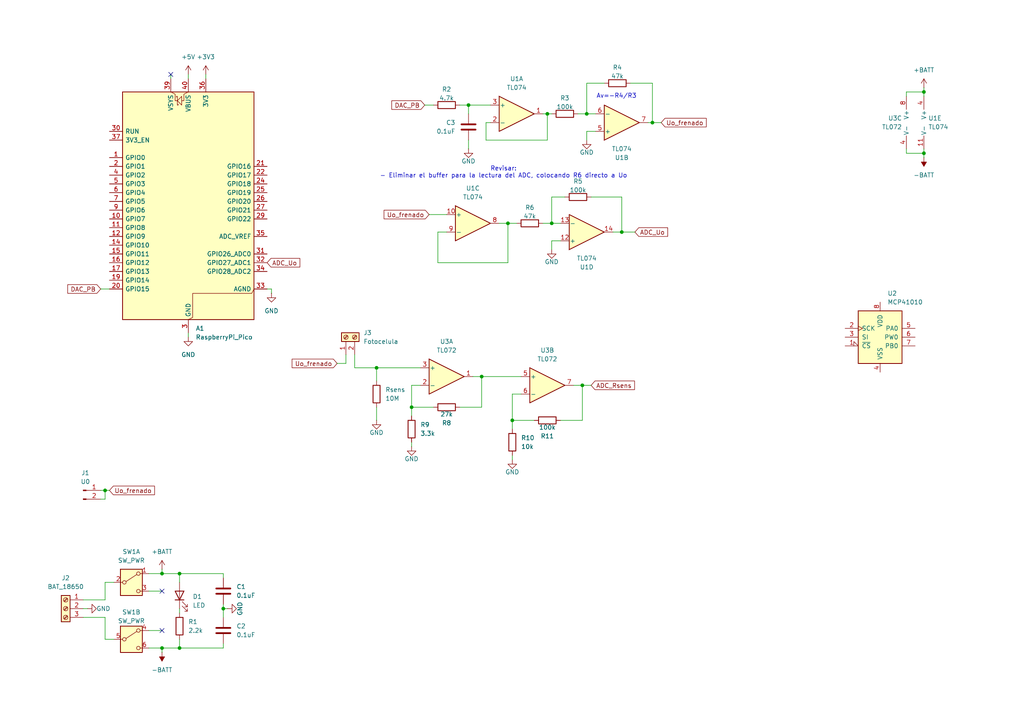
<source format=kicad_sch>
(kicad_sch (version 20250114) (generator "eeschema") (generator_version "9.0")
  (paper "A4")
  (lib_symbols
    (symbol "Amplifier_Operational:TL072" (pin_names (offset 0.127))
      (property "Reference" "U" (at 0 5.08 0))
      (property "Value" "TL072" (at 0 -5.08 0))
      (symbol "TL072_1_1"
        (polyline (pts (xy -5.08 5.08) (xy 5.08 0) (xy -5.08 -5.08) (xy -5.08 5.08)) (stroke (width 0.254)) (fill (type background)))
        (pin input line (at -7.62 2.54 0) (length 2.54) (name "+") (number "3"))
        (pin input line (at -7.62 -2.54 0) (length 2.54) (name "-") (number "2"))
        (pin output line (at 7.62 0 180) (length 2.54) (name "~") (number "1"))
      )
      (symbol "TL072_2_1"
        (polyline (pts (xy -5.08 5.08) (xy 5.08 0) (xy -5.08 -5.08) (xy -5.08 5.08)) (stroke (width 0.254)) (fill (type background)))
        (pin input line (at -7.62 2.54 0) (length 2.54) (name "+") (number "5"))
        (pin input line (at -7.62 -2.54 0) (length 2.54) (name "-") (number "6"))
        (pin output line (at 7.62 0 180) (length 2.54) (name "~") (number "7"))
      )
      (symbol "TL072_3_1"
        (pin power_in line (at -2.54 7.62 270) (length 3.81) (name "V+") (number "8"))
        (pin power_in line (at -2.54 -7.62 90) (length 3.81) (name "V-") (number "4"))
      )
    )
    (symbol "Amplifier_Operational:TL074" (pin_names (offset 0.127))
      (property "Reference" "U" (at 0 5.08 0))
      (property "Value" "TL074" (at 0 -5.08 0))
      (symbol "TL074_1_1"
        (polyline (pts (xy -5.08 5.08) (xy 5.08 0) (xy -5.08 -5.08) (xy -5.08 5.08)) (stroke (width 0.254)) (fill (type background)))
        (pin input line (at -7.62 2.54 0) (length 2.54) (name "+") (number "3"))
        (pin input line (at -7.62 -2.54 0) (length 2.54) (name "-") (number "2"))
        (pin output line (at 7.62 0 180) (length 2.54) (name "~") (number "1"))
      )
      (symbol "TL074_2_1"
        (polyline (pts (xy -5.08 5.08) (xy 5.08 0) (xy -5.08 -5.08) (xy -5.08 5.08)) (stroke (width 0.254)) (fill (type background)))
        (pin input line (at -7.62 2.54 0) (length 2.54) (name "+") (number "5"))
        (pin input line (at -7.62 -2.54 0) (length 2.54) (name "-") (number "6"))
        (pin output line (at 7.62 0 180) (length 2.54) (name "~") (number "7"))
      )
      (symbol "TL074_3_1"
        (polyline (pts (xy -5.08 5.08) (xy 5.08 0) (xy -5.08 -5.08) (xy -5.08 5.08)) (stroke (width 0.254)) (fill (type background)))
        (pin input line (at -7.62 2.54 0) (length 2.54) (name "+") (number "10"))
        (pin input line (at -7.62 -2.54 0) (length 2.54) (name "-") (number "9"))
        (pin output line (at 7.62 0 180) (length 2.54) (name "~") (number "8"))
      )
      (symbol "TL074_4_1"
        (polyline (pts (xy -5.08 5.08) (xy 5.08 0) (xy -5.08 -5.08) (xy -5.08 5.08)) (stroke (width 0.254)) (fill (type background)))
        (pin input line (at -7.62 2.54 0) (length 2.54) (name "+") (number "12"))
        (pin input line (at -7.62 -2.54 0) (length 2.54) (name "-") (number "13"))
        (pin output line (at 7.62 0 180) (length 2.54) (name "~") (number "14"))
      )
      (symbol "TL074_5_1"
        (pin power_in line (at -2.54 7.62 270) (length 3.81) (name "V+") (number "4"))
        (pin power_in line (at -2.54 -7.62 90) (length 3.81) (name "V-") (number "11"))
      )
    )
    (symbol "Connector:Conn_01x02_Pin" (pin_names (offset 1.016) (hide yes))
      (property "Reference" "J" (at 0 2.54 0))
      (property "Value" "Conn_01x02_Pin" (at 0 -5.08 0))
      (symbol "Conn_01x02_Pin_1_1"
        (rectangle (start 0.8636 0.127) (end 0 -0.127) (stroke (width 0.1524)) (fill (type outline)))
        (rectangle (start 0.8636 -2.413) (end 0 -2.667) (stroke (width 0.1524)) (fill (type outline)))
        (polyline (pts (xy 1.27 0) (xy 0.8636 0)) (stroke (width 0.1524)))
        (polyline (pts (xy 1.27 -2.54) (xy 0.8636 -2.54)) (stroke (width 0.1524)))
        (pin passive line (at 5.08 0 180) (length 3.81) (name "Pin_1") (number "1"))
        (pin passive line (at 5.08 -2.54 180) (length 3.81) (name "Pin_2") (number "2"))
      )
    )
    (symbol "Connector:Screw_Terminal_01x02" (pin_names (offset 1.016) (hide yes))
      (property "Reference" "J" (at 0 2.54 0))
      (property "Value" "Screw_Terminal_01x02" (at 0 -5.08 0))
      (symbol "Screw_Terminal_01x02_1_1"
        (rectangle (start -1.27 1.27) (end 1.27 -3.81) (stroke (width 0.254)) (fill (type background)))
        (polyline (pts (xy -0.5334 0.3302) (xy 0.3302 -0.508)) (stroke (width 0.1524)))
        (polyline (pts (xy -0.5334 -2.2098) (xy 0.3302 -3.048)) (stroke (width 0.1524)))
        (polyline (pts (xy -0.3556 0.508) (xy 0.508 -0.3302)) (stroke (width 0.1524)))
        (polyline (pts (xy -0.3556 -2.032) (xy 0.508 -2.8702)) (stroke (width 0.1524)))
        (circle (center 0 0) (radius 0.635) (stroke (width 0.1524)))
        (circle (center 0 -2.54) (radius 0.635) (stroke (width 0.1524)))
        (pin passive line (at -5.08 0 0) (length 3.81) (name "Pin_1") (number "1"))
        (pin passive line (at -5.08 -2.54 0) (length 3.81) (name "Pin_2") (number "2"))
      )
    )
    (symbol "Connector:Screw_Terminal_01x03" (pin_names (offset 1.016) (hide yes))
      (property "Reference" "J" (at 0 5.08 0))
      (property "Value" "Screw_Terminal_01x03" (at 0 -5.08 0))
      (symbol "Screw_Terminal_01x03_1_1"
        (rectangle (start -1.27 3.81) (end 1.27 -3.81) (stroke (width 0.254)) (fill (type background)))
        (polyline (pts (xy -0.5334 2.8702) (xy 0.3302 2.032)) (stroke (width 0.1524)))
        (polyline (pts (xy -0.5334 0.3302) (xy 0.3302 -0.508)) (stroke (width 0.1524)))
        (polyline (pts (xy -0.5334 -2.2098) (xy 0.3302 -3.048)) (stroke (width 0.1524)))
        (polyline (pts (xy -0.3556 3.048) (xy 0.508 2.2098)) (stroke (width 0.1524)))
        (polyline (pts (xy -0.3556 0.508) (xy 0.508 -0.3302)) (stroke (width 0.1524)))
        (polyline (pts (xy -0.3556 -2.032) (xy 0.508 -2.8702)) (stroke (width 0.1524)))
        (circle (center 0 2.54) (radius 0.635) (stroke (width 0.1524)))
        (circle (center 0 0) (radius 0.635) (stroke (width 0.1524)))
        (circle (center 0 -2.54) (radius 0.635) (stroke (width 0.1524)))
        (pin passive line (at -5.08 2.54 0) (length 3.81) (name "Pin_1") (number "1"))
        (pin passive line (at -5.08 0 0) (length 3.81) (name "Pin_2") (number "2"))
        (pin passive line (at -5.08 -2.54 0) (length 3.81) (name "Pin_3") (number "3"))
      )
    )
    (symbol "Device:C" (pin_numbers (hide yes)) (pin_names (offset 0.254))
      (property "Reference" "C" (at 0.635 2.54 0))
      (property "Value" "C" (at 0.635 -2.54 0))
      (symbol "C_0_1"
        (polyline (pts (xy -2.032 0.762) (xy 2.032 0.762)) (stroke (width 0.508)))
        (polyline (pts (xy -2.032 -0.762) (xy 2.032 -0.762)) (stroke (width 0.508)))
      )
      (symbol "C_1_1"
        (pin passive line (at 0 3.81 270) (length 2.794) (name "~") (number "1"))
        (pin passive line (at 0 -3.81 90) (length 2.794) (name "~") (number "2"))
      )
    )
    (symbol "Device:LED" (pin_numbers (hide yes)) (pin_names (offset 1.016) (hide yes))
      (property "Reference" "D" (at 0 2.54 0))
      (property "Value" "LED" (at 0 -2.54 0))
      (symbol "LED_0_1"
        (polyline (pts (xy -3.048 -0.762) (xy -4.572 -2.286) (xy -3.81 -2.286) (xy -4.572 -2.286) (xy -4.572 -1.524)))
        (polyline (pts (xy -1.778 -0.762) (xy -3.302 -2.286) (xy -2.54 -2.286) (xy -3.302 -2.286) (xy -3.302 -1.524)))
        (polyline (pts (xy -1.27 0) (xy 1.27 0)))
        (polyline (pts (xy -1.27 -1.27) (xy -1.27 1.27)) (stroke (width 0.254)))
        (polyline (pts (xy 1.27 -1.27) (xy 1.27 1.27) (xy -1.27 0) (xy 1.27 -1.27)) (stroke (width 0.254)))
      )
      (symbol "LED_1_1"
        (pin passive line (at -3.81 0 0) (length 2.54) (name "K") (number "1"))
        (pin passive line (at 3.81 0 180) (length 2.54) (name "A") (number "2"))
      )
    )
    (symbol "Device:R" (pin_numbers (hide yes)) (pin_names (offset 0))
      (property "Reference" "R" (at 2.032 0 90))
      (property "Value" "R" (at 0 0 90))
      (symbol "R_0_1"
        (rectangle (start -1.016 -2.54) (end 1.016 2.54) (stroke (width 0.254)))
      )
      (symbol "R_1_1"
        (pin passive line (at 0 3.81 270) (length 1.27) (name "~") (number "1"))
        (pin passive line (at 0 -3.81 90) (length 1.27) (name "~") (number "2"))
      )
    )
    (symbol "MCU_Module:RaspberryPi_Pico" (pin_names (offset 0.762))
      (property "Reference" "A" (at -19.05 35.56 0))
      (property "Value" "RaspberryPi_Pico" (at 7.62 35.56 0))
      (symbol "RaspberryPi_Pico_0_1"
        (rectangle (start -19.05 34.29) (end 19.05 -31.75) (stroke (width 0.254)) (fill (type background)))
        (polyline (pts (xy -5.08 34.29) (xy -3.81 33.655) (xy -3.81 31.75) (xy -3.175 31.75)))
        (polyline (pts (xy -3.429 32.766) (xy -3.429 33.02) (xy -3.175 33.02) (xy -3.175 30.48) (xy -2.921 30.48) (xy -2.921 30.734)))
        (polyline (pts (xy -3.175 31.75) (xy -1.905 33.02) (xy -1.905 30.48) (xy -3.175 31.75)))
        (polyline (pts (xy 0 34.29) (xy -1.27 33.655) (xy -1.27 31.75) (xy -1.905 31.75)))
        (polyline (pts (xy 0 -31.75) (xy 1.27 -31.115) (xy 1.27 -24.13) (xy 18.415 -24.13) (xy 19.05 -22.86)))
      )
      (symbol "RaspberryPi_Pico_1_1"
        (pin passive line (at -22.86 22.86 0) (length 3.81) (name "RUN") (number "30"))
        (pin passive line (at -22.86 20.32 0) (length 3.81) (name "3V3_EN") (number "37"))
        (pin bidirectional line (at -22.86 15.24 0) (length 3.81) (name "GPIO0") (number "1"))
        (pin bidirectional line (at -22.86 12.7 0) (length 3.81) (name "GPIO1") (number "2"))
        (pin bidirectional line (at -22.86 10.16 0) (length 3.81) (name "GPIO2") (number "4"))
        (pin bidirectional line (at -22.86 7.62 0) (length 3.81) (name "GPIO3") (number "5"))
        (pin bidirectional line (at -22.86 5.08 0) (length 3.81) (name "GPIO4") (number "6"))
        (pin bidirectional line (at -22.86 2.54 0) (length 3.81) (name "GPIO5") (number "7"))
        (pin bidirectional line (at -22.86 0 0) (length 3.81) (name "GPIO6") (number "9"))
        (pin bidirectional line (at -22.86 -2.54 0) (length 3.81) (name "GPIO7") (number "10"))
        (pin bidirectional line (at -22.86 -5.08 0) (length 3.81) (name "GPIO8") (number "11"))
        (pin bidirectional line (at -22.86 -7.62 0) (length 3.81) (name "GPIO9") (number "12"))
        (pin bidirectional line (at -22.86 -10.16 0) (length 3.81) (name "GPIO10") (number "14"))
        (pin bidirectional line (at -22.86 -12.7 0) (length 3.81) (name "GPIO11") (number "15"))
        (pin bidirectional line (at -22.86 -15.24 0) (length 3.81) (name "GPIO12") (number "16"))
        (pin bidirectional line (at -22.86 -17.78 0) (length 3.81) (name "GPIO13") (number "17"))
        (pin bidirectional line (at -22.86 -20.32 0) (length 3.81) (name "GPIO14") (number "19"))
        (pin bidirectional line (at -22.86 -22.86 0) (length 3.81) (name "GPIO15") (number "20"))
        (pin power_in line (at -5.08 38.1 270) (length 3.81) (name "VSYS") (number "39"))
        (pin power_out line (at 0 38.1 270) (length 3.81) (name "VBUS") (number "40"))
        (pin passive line (at 0 -35.56 90) (length 3.81) (hide yes) (name "GND") (number "13"))
        (pin passive line (at 0 -35.56 90) (length 3.81) (hide yes) (name "GND") (number "18"))
        (pin passive line (at 0 -35.56 90) (length 3.81) (hide yes) (name "GND") (number "23"))
        (pin passive line (at 0 -35.56 90) (length 3.81) (hide yes) (name "GND") (number "28"))
        (pin power_out line (at 0 -35.56 90) (length 3.81) (name "GND") (number "3"))
        (pin passive line (at 0 -35.56 90) (length 3.81) (hide yes) (name "GND") (number "38"))
        (pin passive line (at 0 -35.56 90) (length 3.81) (hide yes) (name "GND") (number "8"))
        (pin power_out line (at 5.08 38.1 270) (length 3.81) (name "3V3") (number "36"))
        (pin bidirectional line (at 22.86 12.7 180) (length 3.81) (name "GPIO16") (number "21"))
        (pin bidirectional line (at 22.86 10.16 180) (length 3.81) (name "GPIO17") (number "22"))
        (pin bidirectional line (at 22.86 7.62 180) (length 3.81) (name "GPIO18") (number "24"))
        (pin bidirectional line (at 22.86 5.08 180) (length 3.81) (name "GPIO19") (number "25"))
        (pin bidirectional line (at 22.86 2.54 180) (length 3.81) (name "GPIO20") (number "26"))
        (pin bidirectional line (at 22.86 0 180) (length 3.81) (name "GPIO21") (number "27"))
        (pin bidirectional line (at 22.86 -2.54 180) (length 3.81) (name "GPIO22") (number "29"))
        (pin power_in line (at 22.86 -7.62 180) (length 3.81) (name "ADC_VREF") (number "35"))
        (pin bidirectional line (at 22.86 -12.7 180) (length 3.81) (name "GPIO26_ADC0") (number "31"))
        (pin bidirectional line (at 22.86 -15.24 180) (length 3.81) (name "GPIO27_ADC1") (number "32"))
        (pin bidirectional line (at 22.86 -17.78 180) (length 3.81) (name "GPIO28_ADC2") (number "34"))
        (pin power_out line (at 22.86 -22.86 180) (length 3.81) (name "AGND") (number "33"))
      )
    )
    (symbol "Potentiometer_Digital:MCP41010" (pin_names (offset 1.016))
      (property "Reference" "U" (at -6.35 8.89 0))
      (property "Value" "MCP41010" (at 1.27 8.89 0))
      (symbol "MCP41010_0_1"
        (rectangle (start -6.35 7.62) (end 6.35 -7.62) (stroke (width 0.254)) (fill (type background)))
      )
      (symbol "MCP41010_1_1"
        (pin passive clock (at -10.16 2.54 0) (length 3.81) (name "SCK") (number "2"))
        (pin input line (at -10.16 0 0) (length 3.81) (name "SI") (number "3"))
        (pin input input_low (at -10.16 -2.54 0) (length 3.81) (name "~{CS}") (number "1"))
        (pin power_in line (at 0 10.16 270) (length 2.54) (name "VDD") (number "8"))
        (pin power_in line (at 0 -10.16 90) (length 2.54) (name "VSS") (number "4"))
        (pin passive line (at 10.16 2.54 180) (length 3.81) (name "PA0") (number "5"))
        (pin passive line (at 10.16 0 180) (length 3.81) (name "PW0") (number "6"))
        (pin passive line (at 10.16 -2.54 180) (length 3.81) (name "PB0") (number "7"))
      )
    )
    (symbol "Switch:SW_DPDT_x2" (pin_names (offset 0) (hide yes))
      (property "Reference" "SW" (at 0 5.08 0))
      (property "Value" "SW_DPDT_x2" (at 0 -5.08 0))
      (symbol "SW_DPDT_x2_0_0"
        (circle (center -2.032 0) (radius 0.508))
        (circle (center 2.032 -2.54) (radius 0.508))
      )
      (symbol "SW_DPDT_x2_0_1"
        (rectangle (start -3.175 3.81) (end 3.175 -3.81) (stroke (width 0.254)) (fill (type background)))
        (polyline (pts (xy -1.524 0.254) (xy 1.5748 2.286)))
        (circle (center 2.032 2.54) (radius 0.508))
      )
      (symbol "SW_DPDT_x2_1_1"
        (pin passive line (at -5.08 0 0) (length 2.54) (name "B") (number "2"))
        (pin passive line (at 5.08 2.54 180) (length 2.54) (name "A") (number "1"))
        (pin passive line (at 5.08 -2.54 180) (length 2.54) (name "C") (number "3"))
      )
      (symbol "SW_DPDT_x2_2_1"
        (pin passive line (at -5.08 0 0) (length 2.54) (name "B") (number "5"))
        (pin passive line (at 5.08 2.54 180) (length 2.54) (name "A") (number "4"))
        (pin passive line (at 5.08 -2.54 180) (length 2.54) (name "C") (number "6"))
      )
    )
    (symbol "power:+3V3" (power) (pin_numbers (hide yes)) (pin_names (offset 0) (hide yes))
      (property "Value" "+3V3" (at 0 3.556 0))
      (symbol "+3V3_0_1"
        (polyline (pts (xy -0.762 1.27) (xy 0 2.54)))
        (polyline (pts (xy 0 2.54) (xy 0.762 1.27)))
        (polyline (pts (xy 0 0) (xy 0 2.54)))
      )
      (symbol "+3V3_1_1"
        (pin power_in line (at 0 0 90) (length 0) (name "~") (number "1"))
      )
    )
    (symbol "power:+5V" (power) (pin_numbers (hide yes)) (pin_names (offset 0) (hide yes))
      (property "Value" "+5V" (at 0 3.556 0))
      (symbol "+5V_0_1"
        (polyline (pts (xy -0.762 1.27) (xy 0 2.54)))
        (polyline (pts (xy 0 2.54) (xy 0.762 1.27)))
        (polyline (pts (xy 0 0) (xy 0 2.54)))
      )
      (symbol "+5V_1_1"
        (pin power_in line (at 0 0 90) (length 0) (name "~") (number "1"))
      )
    )
    (symbol "power:+BATT" (power) (pin_numbers (hide yes)) (pin_names (offset 0) (hide yes))
      (property "Value" "+BATT" (at 0 3.556 0))
      (symbol "+BATT_0_1"
        (polyline (pts (xy -0.762 1.27) (xy 0 2.54)))
        (polyline (pts (xy 0 2.54) (xy 0.762 1.27)))
        (polyline (pts (xy 0 0) (xy 0 2.54)))
      )
      (symbol "+BATT_1_1"
        (pin power_in line (at 0 0 90) (length 0) (name "~") (number "1"))
      )
    )
    (symbol "power:-BATT" (power) (pin_numbers (hide yes)) (pin_names (offset 0) (hide yes))
      (property "Value" "-BATT" (at 0 3.556 0))
      (symbol "-BATT_0_1"
        (polyline (pts (xy 0 0) (xy 0 2.54)))
        (polyline (pts (xy 0.762 1.27) (xy -0.762 1.27) (xy 0 2.54) (xy 0.762 1.27)) (fill (type outline)))
      )
      (symbol "-BATT_1_1"
        (pin power_in line (at 0 0 90) (length 0) (name "~") (number "1"))
      )
    )
    (symbol "power:GND" (power) (pin_numbers (hide yes)) (pin_names (offset 0) (hide yes))
      (property "Value" "GND" (at 0 -3.81 0))
      (symbol "GND_0_1"
        (polyline (pts (xy 0 0) (xy 0 -1.27) (xy 1.27 -1.27) (xy 0 -2.54) (xy -1.27 -1.27) (xy 0 -1.27)))
      )
      (symbol "GND_1_1"
        (pin power_in line (at 0 0 270) (length 0) (name "~") (number "1"))
      )
    )
  )
  (text "Av=-R4/R3" (at 178.816 27.94 0) (effects (font (size 1.27 1.27))))
  (text "Revisar:\n- Eliminar el buffer para la lectura del ADC, colocando R6 directo a Uo" (at 146.05 50.038 0) (effects (font (size 1.27 1.27))))
  (junction (at 170.18 33.02))
  (junction (at 64.77 176.53))
  (junction (at 46.99 187.96))
  (junction (at 267.97 44.45))
  (junction (at 46.99 166.37))
  (junction (at 109.22 106.68))
  (junction (at 52.07 187.96))
  (junction (at 267.97 26.67))
  (junction (at 158.75 33.02))
  (junction (at 168.91 111.76))
  (junction (at 148.59 121.92))
  (junction (at 30.48 142.24))
  (junction (at 139.7 109.22))
  (junction (at 52.07 166.37))
  (junction (at 180.34 67.31))
  (junction (at 189.23 35.56))
  (junction (at 147.32 64.77))
  (junction (at 160.02 64.77))
  (junction (at 135.89 30.48))
  (junction (at 119.38 118.11))
  (no_connect (at 49.53 21.59))
  (no_connect (at 46.99 171.45))
  (no_connect (at 46.99 182.88))
  (wire (pts (xy 187.96 35.56) (xy 189.23 35.56)))
  (wire (pts (xy 148.59 121.92) (xy 148.59 124.46)))
  (wire (pts (xy 147.32 64.77) (xy 149.86 64.77)))
  (wire (pts (xy 46.99 165.1) (xy 46.99 166.37)))
  (wire (pts (xy 267.97 44.45) (xy 262.89 44.45)))
  (wire (pts (xy 52.07 176.53) (xy 52.07 177.8)))
  (wire (pts (xy 123.19 30.48) (xy 125.73 30.48)))
  (wire (pts (xy 157.48 33.02) (xy 158.75 33.02)))
  (wire (pts (xy 46.99 187.96) (xy 46.99 189.23)))
  (wire (pts (xy 119.38 111.76) (xy 119.38 118.11)))
  (wire (pts (xy 119.38 118.11) (xy 119.38 120.65)))
  (wire (pts (xy 59.69 21.59) (xy 59.69 22.86)))
  (wire (pts (xy 148.59 114.3) (xy 148.59 121.92)))
  (wire (pts (xy 180.34 57.15) (xy 180.34 67.31)))
  (wire (pts (xy 157.48 64.77) (xy 160.02 64.77)))
  (wire (pts (xy 180.34 67.31) (xy 184.15 67.31)))
  (wire (pts (xy 167.64 33.02) (xy 170.18 33.02)))
  (wire (pts (xy 180.34 67.31) (xy 177.8 67.31)))
  (wire (pts (xy 52.07 187.96) (xy 46.99 187.96)))
  (wire (pts (xy 137.16 109.22) (xy 139.7 109.22)))
  (wire (pts (xy 43.18 182.88) (xy 46.99 182.88)))
  (wire (pts (xy 160.02 64.77) (xy 162.56 64.77)))
  (wire (pts (xy 64.77 176.53) (xy 64.77 179.07)))
  (wire (pts (xy 151.13 114.3) (xy 148.59 114.3)))
  (wire (pts (xy 30.48 179.07) (xy 30.48 185.42)))
  (wire (pts (xy 147.32 76.2) (xy 147.32 64.77)))
  (wire (pts (xy 170.18 33.02) (xy 172.72 33.02)))
  (wire (pts (xy 30.48 173.99) (xy 30.48 168.91)))
  (wire (pts (xy 162.56 69.85) (xy 160.02 69.85)))
  (wire (pts (xy 139.7 109.22) (xy 151.13 109.22)))
  (wire (pts (xy 121.92 111.76) (xy 119.38 111.76)))
  (wire (pts (xy 52.07 166.37) (xy 52.07 168.91)))
  (wire (pts (xy 109.22 110.49) (xy 109.22 106.68)))
  (wire (pts (xy 43.18 187.96) (xy 46.99 187.96)))
  (wire (pts (xy 148.59 132.08) (xy 148.59 133.35)))
  (wire (pts (xy 54.61 96.52) (xy 54.61 97.79)))
  (wire (pts (xy 97.79 105.41) (xy 100.33 105.41)))
  (wire (pts (xy 129.54 67.31) (xy 127 67.31)))
  (wire (pts (xy 52.07 187.96) (xy 64.77 187.96)))
  (wire (pts (xy 172.72 38.1) (xy 170.18 38.1)))
  (wire (pts (xy 162.56 121.92) (xy 168.91 121.92)))
  (wire (pts (xy 168.91 111.76) (xy 171.45 111.76)))
  (wire (pts (xy 24.13 176.53) (xy 25.4 176.53)))
  (wire (pts (xy 170.18 24.13) (xy 170.18 33.02)))
  (wire (pts (xy 262.89 44.45) (xy 262.89 43.18)))
  (wire (pts (xy 175.26 24.13) (xy 170.18 24.13)))
  (wire (pts (xy 29.21 144.78) (xy 30.48 144.78)))
  (wire (pts (xy 182.88 24.13) (xy 189.23 24.13)))
  (wire (pts (xy 77.47 83.82) (xy 78.74 83.82)))
  (wire (pts (xy 102.87 102.87) (xy 102.87 106.68)))
  (wire (pts (xy 52.07 185.42) (xy 52.07 187.96)))
  (wire (pts (xy 52.07 166.37) (xy 64.77 166.37)))
  (wire (pts (xy 170.18 38.1) (xy 170.18 40.64)))
  (wire (pts (xy 158.75 40.64) (xy 158.75 33.02)))
  (wire (pts (xy 46.99 166.37) (xy 43.18 166.37)))
  (wire (pts (xy 127 76.2) (xy 147.32 76.2)))
  (wire (pts (xy 133.35 118.11) (xy 139.7 118.11)))
  (wire (pts (xy 135.89 30.48) (xy 135.89 33.02)))
  (wire (pts (xy 147.32 64.77) (xy 144.78 64.77)))
  (wire (pts (xy 49.53 21.59) (xy 49.53 22.86)))
  (wire (pts (xy 160.02 69.85) (xy 160.02 72.39)))
  (wire (pts (xy 109.22 106.68) (xy 121.92 106.68)))
  (wire (pts (xy 189.23 35.56) (xy 191.77 35.56)))
  (wire (pts (xy 109.22 118.11) (xy 109.22 121.92)))
  (wire (pts (xy 127 67.31) (xy 127 76.2)))
  (wire (pts (xy 139.7 109.22) (xy 139.7 118.11)))
  (wire (pts (xy 160.02 57.15) (xy 163.83 57.15)))
  (wire (pts (xy 30.48 185.42) (xy 33.02 185.42)))
  (wire (pts (xy 158.75 33.02) (xy 160.02 33.02)))
  (wire (pts (xy 262.89 26.67) (xy 262.89 27.94)))
  (wire (pts (xy 24.13 179.07) (xy 30.48 179.07)))
  (wire (pts (xy 133.35 30.48) (xy 135.89 30.48)))
  (wire (pts (xy 135.89 30.48) (xy 142.24 30.48)))
  (wire (pts (xy 119.38 128.27) (xy 119.38 129.54)))
  (wire (pts (xy 148.59 121.92) (xy 154.94 121.92)))
  (wire (pts (xy 142.24 35.56) (xy 140.97 35.56)))
  (wire (pts (xy 140.97 40.64) (xy 158.75 40.64)))
  (wire (pts (xy 189.23 24.13) (xy 189.23 35.56)))
  (wire (pts (xy 64.77 166.37) (xy 64.77 167.64)))
  (wire (pts (xy 124.46 62.23) (xy 129.54 62.23)))
  (wire (pts (xy 135.89 40.64) (xy 135.89 43.18)))
  (wire (pts (xy 100.33 105.41) (xy 100.33 102.87)))
  (wire (pts (xy 29.21 142.24) (xy 30.48 142.24)))
  (wire (pts (xy 160.02 64.77) (xy 160.02 57.15)))
  (wire (pts (xy 267.97 26.67) (xy 262.89 26.67)))
  (wire (pts (xy 140.97 35.56) (xy 140.97 40.64)))
  (wire (pts (xy 166.37 111.76) (xy 168.91 111.76)))
  (wire (pts (xy 267.97 44.45) (xy 267.97 45.72)))
  (wire (pts (xy 267.97 25.4) (xy 267.97 26.67)))
  (wire (pts (xy 43.18 171.45) (xy 46.99 171.45)))
  (wire (pts (xy 30.48 168.91) (xy 33.02 168.91)))
  (wire (pts (xy 119.38 118.11) (xy 125.73 118.11)))
  (wire (pts (xy 24.13 173.99) (xy 30.48 173.99)))
  (wire (pts (xy 267.97 26.67) (xy 267.97 27.94)))
  (wire (pts (xy 66.04 176.53) (xy 64.77 176.53)))
  (wire (pts (xy 29.21 83.82) (xy 31.75 83.82)))
  (wire (pts (xy 267.97 43.18) (xy 267.97 44.45)))
  (wire (pts (xy 64.77 175.26) (xy 64.77 176.53)))
  (wire (pts (xy 168.91 121.92) (xy 168.91 111.76)))
  (wire (pts (xy 46.99 166.37) (xy 52.07 166.37)))
  (wire (pts (xy 171.45 57.15) (xy 180.34 57.15)))
  (wire (pts (xy 102.87 106.68) (xy 109.22 106.68)))
  (wire (pts (xy 78.74 83.82) (xy 78.74 85.09)))
  (wire (pts (xy 54.61 21.59) (xy 54.61 22.86)))
  (wire (pts (xy 30.48 142.24) (xy 31.75 142.24)))
  (wire (pts (xy 30.48 144.78) (xy 30.48 142.24)))
  (wire (pts (xy 64.77 186.69) (xy 64.77 187.96)))
  (global_label "Uo_frenado" (shape input) (at 97.79 105.41 180) (property "Intersheetrefs" "${INTERSHEET_REFS}" (effects (hide yes))))
  (global_label "ADC_Rsens" (shape input) (at 171.45 111.76 0) (property "Intersheetrefs" "${INTERSHEET_REFS}" (effects (hide yes))))
  (global_label "Uo_frenado" (shape input) (at 31.75 142.24 0) (property "Intersheetrefs" "${INTERSHEET_REFS}" (effects (hide yes))))
  (global_label "Uo_frenado" (shape input) (at 191.77 35.56 0) (property "Intersheetrefs" "${INTERSHEET_REFS}" (effects (hide yes))))
  (global_label "Uo_frenado" (shape input) (at 124.46 62.23 180) (property "Intersheetrefs" "${INTERSHEET_REFS}" (effects (hide yes))))
  (global_label "DAC_PB" (shape input) (at 29.21 83.82 180) (property "Intersheetrefs" "${INTERSHEET_REFS}" (effects (hide yes))))
  (global_label "DAC_PB" (shape input) (at 123.19 30.48 180) (property "Intersheetrefs" "${INTERSHEET_REFS}" (effects (hide yes))))
  (global_label "ADC_Uo" (shape input) (at 77.47 76.2 0) (property "Intersheetrefs" "${INTERSHEET_REFS}" (effects (hide yes))))
  (global_label "ADC_Uo" (shape input) (at 184.15 67.31 0) (property "Intersheetrefs" "${INTERSHEET_REFS}" (effects (hide yes))))
  (symbol (lib_id "Amplifier_Operational:TL074") (at 137.16 64.77 0) (unit 3)
    (property "Reference" "U1" (at 137.16 54.61 0))
    (property "Value" "TL074" (at 137.16 57.15 0))
    (property "Datasheet" "http://www.ti.com/lit/ds/symlink/tl071.pdf" (effects (hide yes)))
    (property "Description" "Quad Low-Noise JFET-Input Operational Amplifiers, DIP-14/SOIC-14" (effects (hide yes)))
  )
  (symbol (lib_id "MCU_Module:RaspberryPi_Pico") (at 54.61 60.96 0) (unit 1)
    (property "Reference" "A1" (at 56.7533 95.25 0) (effects (justify left)))
    (property "Value" "RaspberryPi_Pico" (at 56.7533 97.79 0) (effects (justify left)))
    (property "Footprint" "Module:RaspberryPi_Pico_Common_Unspecified" (effects (hide yes)))
    (property "Datasheet" "https://datasheets.raspberrypi.com/pico/pico-datasheet.pdf" (effects (hide yes)))
    (property "Description" "Versatile and inexpensive microcontroller module powered by RP2040 dual-core Arm Cortex-M0+ processor up to 133 MHz, 264kB SRAM, 2MB QSPI flash; also supports Raspberry Pi Pico 2" (effects (hide yes)))
  )
  (symbol (lib_id "Device:R") (at 158.75 121.92 90) (mirror x) (unit 1)
    (property "Reference" "R11" (at 158.75 126.492 90))
    (property "Value" "100k" (at 158.75 123.952 90))
    (property "Description" "Resistor" (effects (hide yes)))
  )
  (symbol (lib_id "Device:C") (at 135.89 36.83 0) (mirror y) (unit 1)
    (property "Reference" "C3" (at 132.08 35.5599 0) (effects (justify left)))
    (property "Value" "0.1uF" (at 132.08 38.0999 0) (effects (justify left)))
    (property "Footprint" "Capacitor_THT:C_Disc_D3.4mm_W2.1mm_P2.50mm" (effects (hide yes)))
    (property "Description" "Unpolarized capacitor" (effects (hide yes)))
  )
  (symbol (lib_id "power:GND") (at 109.22 121.92 0) (unit 1)
    (property "Reference" "#PWR014" (effects (hide yes)))
    (property "Value" "GND" (at 111.252 125.476 0) (effects (justify right)))
    (property "Description" "Power symbol creates a global label with name \"GND\" , ground" (effects (hide yes)))
  )
  (symbol (lib_id "power:GND") (at 148.59 133.35 0) (unit 1)
    (property "Reference" "#PWR016" (effects (hide yes)))
    (property "Value" "GND" (at 150.622 136.906 0) (effects (justify right)))
    (property "Description" "Power symbol creates a global label with name \"GND\" , ground" (effects (hide yes)))
  )
  (symbol (lib_id "Device:R") (at 153.67 64.77 90) (unit 1)
    (property "Reference" "R6" (at 153.67 60.198 90))
    (property "Value" "47k" (at 153.67 62.738 90))
    (property "Description" "Resistor" (effects (hide yes)))
  )
  (symbol (lib_id "Amplifier_Operational:TL074") (at 149.86 33.02 0) (unit 1)
    (property "Reference" "U1" (at 149.86 22.86 0))
    (property "Value" "TL074" (at 149.86 25.4 0))
    (property "Datasheet" "http://www.ti.com/lit/ds/symlink/tl071.pdf" (effects (hide yes)))
    (property "Description" "Quad Low-Noise JFET-Input Operational Amplifiers, DIP-14/SOIC-14" (effects (hide yes)))
  )
  (symbol (lib_id "power:+BATT") (at 46.99 165.1 0) (mirror y) (unit 1)
    (property "Reference" "#PWR07" (effects (hide yes)))
    (property "Value" "+BATT" (at 46.99 160.02 0))
    (property "Description" "Power symbol creates a global label with name \"+BATT\"" (effects (hide yes)))
  )
  (symbol (lib_id "Device:R") (at 129.54 118.11 90) (mirror x) (unit 1)
    (property "Reference" "R8" (at 129.54 122.682 90))
    (property "Value" "27k" (at 129.54 120.142 90))
    (property "Description" "Resistor" (effects (hide yes)))
  )
  (symbol (lib_id "Amplifier_Operational:TL074") (at 270.51 35.56 0) (unit 5)
    (property "Reference" "U1" (at 269.24 34.2899 0) (effects (justify left)))
    (property "Value" "TL074" (at 269.24 36.8299 0) (effects (justify left)))
    (property "Datasheet" "http://www.ti.com/lit/ds/symlink/tl071.pdf" (effects (hide yes)))
    (property "Description" "Quad Low-Noise JFET-Input Operational Amplifiers, DIP-14/SOIC-14" (effects (hide yes)))
  )
  (symbol (lib_id "power:GND") (at 170.18 40.64 0) (unit 1)
    (property "Reference" "#PWR012" (effects (hide yes)))
    (property "Value" "GND" (at 172.212 44.196 0) (effects (justify right)))
    (property "Description" "Power symbol creates a global label with name \"GND\" , ground" (effects (hide yes)))
  )
  (symbol (lib_id "power:GND") (at 160.02 72.39 0) (unit 1)
    (property "Reference" "#PWR013" (effects (hide yes)))
    (property "Value" "GND" (at 162.052 75.946 0) (effects (justify right)))
    (property "Description" "Power symbol creates a global label with name \"GND\" , ground" (effects (hide yes)))
  )
  (symbol (lib_id "power:+3V3") (at 59.69 21.59 0) (unit 1)
    (property "Reference" "#PWR04" (effects (hide yes)))
    (property "Value" "+3V3" (at 59.69 16.51 0))
    (property "Description" "Power symbol creates a global label with name \"+3V3\"" (effects (hide yes)))
  )
  (symbol (lib_id "Device:LED") (at 52.07 172.72 90) (unit 1)
    (property "Reference" "D1" (at 55.88 173.0374 90) (effects (justify right)))
    (property "Value" "LED" (at 55.88 175.5774 90) (effects (justify right)))
    (property "Footprint" "LED_THT:LED_D3.0mm" (effects (hide yes)))
    (property "Description" "Light emitting diode" (effects (hide yes)))
    (property "Sim.Pins" "1=K 2=A" (effects (hide yes)))
  )
  (symbol (lib_id "power:-BATT") (at 267.97 45.72 180) (unit 1)
    (property "Reference" "#PWR06" (effects (hide yes)))
    (property "Value" "-BATT" (at 267.97 50.8 0))
    (property "Description" "Power symbol creates a global label with name \"-BATT\"" (effects (hide yes)))
  )
  (symbol (lib_id "power:GND") (at 119.38 129.54 0) (unit 1)
    (property "Reference" "#PWR015" (effects (hide yes)))
    (property "Value" "GND" (at 121.412 133.096 0) (effects (justify right)))
    (property "Description" "Power symbol creates a global label with name \"GND\" , ground" (effects (hide yes)))
  )
  (symbol (lib_id "power:GND") (at 54.61 97.79 0) (unit 1)
    (property "Reference" "#PWR01" (effects (hide yes)))
    (property "Value" "GND" (at 54.61 102.87 0))
    (property "Description" "Power symbol creates a global label with name \"GND\" , ground" (effects (hide yes)))
  )
  (symbol (lib_id "power:GND") (at 25.4 176.53 90) (unit 1)
    (property "Reference" "#PWR09" (effects (hide yes)))
    (property "Value" "GND" (at 27.94 176.53 90) (effects (justify right)))
    (property "Description" "Power symbol creates a global label with name \"GND\" , ground" (effects (hide yes)))
  )
  (symbol (lib_id "Amplifier_Operational:TL074") (at 180.34 35.56 0) (mirror x) (unit 2)
    (property "Reference" "U1" (at 180.34 45.72 0))
    (property "Value" "TL074" (at 180.34 43.18 0))
    (property "Datasheet" "http://www.ti.com/lit/ds/symlink/tl071.pdf" (effects (hide yes)))
    (property "Description" "Quad Low-Noise JFET-Input Operational Amplifiers, DIP-14/SOIC-14" (effects (hide yes)))
  )
  (symbol (lib_id "Device:C") (at 64.77 171.45 0) (unit 1)
    (property "Reference" "C1" (at 68.58 170.1799 0) (effects (justify left)))
    (property "Value" "0.1uF" (at 68.58 172.7199 0) (effects (justify left)))
    (property "Footprint" "Capacitor_THT:C_Disc_D3.4mm_W2.1mm_P2.50mm" (effects (hide yes)))
    (property "Description" "Unpolarized capacitor" (effects (hide yes)))
  )
  (symbol (lib_id "Device:R") (at 119.38 124.46 0) (unit 1)
    (property "Reference" "R9" (at 121.92 123.1899 0) (effects (justify left)))
    (property "Value" "3.3k" (at 121.92 125.7299 0) (effects (justify left)))
    (property "Description" "Resistor" (effects (hide yes)))
  )
  (symbol (lib_id "Amplifier_Operational:TL074") (at 170.18 67.31 0) (mirror x) (unit 4)
    (property "Reference" "U1" (at 170.18 77.47 0))
    (property "Value" "TL074" (at 170.18 74.93 0))
    (property "Datasheet" "http://www.ti.com/lit/ds/symlink/tl071.pdf" (effects (hide yes)))
    (property "Description" "Quad Low-Noise JFET-Input Operational Amplifiers, DIP-14/SOIC-14" (effects (hide yes)))
  )
  (symbol (lib_id "power:GND") (at 78.74 85.09 0) (unit 1)
    (property "Reference" "#PWR02" (effects (hide yes)))
    (property "Value" "GND" (at 78.74 90.17 0))
    (property "Description" "Power symbol creates a global label with name \"GND\" , ground" (effects (hide yes)))
  )
  (symbol (lib_id "Device:R") (at 129.54 30.48 90) (unit 1)
    (property "Reference" "R2" (at 129.54 25.908 90))
    (property "Value" "4.7k" (at 129.54 28.448 90))
    (property "Description" "Resistor" (effects (hide yes)))
  )
  (symbol (lib_id "power:GND") (at 66.04 176.53 90) (unit 1)
    (property "Reference" "#PWR010" (effects (hide yes)))
    (property "Value" "GND" (at 69.596 174.498 0) (effects (justify right)))
    (property "Description" "Power symbol creates a global label with name \"GND\" , ground" (effects (hide yes)))
  )
  (symbol (lib_id "Device:R") (at 52.07 181.61 0) (unit 1)
    (property "Reference" "R1" (at 54.61 180.3399 0) (effects (justify left)))
    (property "Value" "2.2k" (at 54.61 182.8799 0) (effects (justify left)))
    (property "Description" "Resistor" (effects (hide yes)))
  )
  (symbol (lib_id "power:GND") (at 135.89 43.18 0) (unit 1)
    (property "Reference" "#PWR011" (effects (hide yes)))
    (property "Value" "GND" (at 137.922 46.736 0) (effects (justify right)))
    (property "Description" "Power symbol creates a global label with name \"GND\" , ground" (effects (hide yes)))
  )
  (symbol (lib_id "Amplifier_Operational:TL072") (at 158.75 111.76 0) (unit 2)
    (property "Reference" "U3" (at 158.75 101.6 0))
    (property "Value" "TL072" (at 158.75 104.14 0))
    (property "Datasheet" "http://www.ti.com/lit/ds/symlink/tl071.pdf" (effects (hide yes)))
    (property "Description" "Dual Low-Noise JFET-Input Operational Amplifiers, DIP-8/SOIC-8" (effects (hide yes)))
  )
  (symbol (lib_id "power:+BATT") (at 267.97 25.4 0) (unit 1)
    (property "Reference" "#PWR05" (effects (hide yes)))
    (property "Value" "+BATT" (at 267.97 20.32 0))
    (property "Description" "Power symbol creates a global label with name \"+BATT\"" (effects (hide yes)))
  )
  (symbol (lib_id "Switch:SW_DPDT_x2") (at 38.1 185.42 0) (unit 2)
    (property "Reference" "SW1" (at 38.1 177.546 0))
    (property "Value" "SW_PWR" (at 38.1 180.086 0))
    (property "Footprint" "Button_Switch_THT:SW_CK_JS202011CQN_DPDT_Straight" (effects (hide yes)))
    (property "Description" "Switch, dual pole double throw, separate symbols" (effects (hide yes)))
  )
  (symbol (lib_id "Amplifier_Operational:TL072") (at 260.35 35.56 0) (mirror y) (unit 3)
    (property "Reference" "U3" (at 261.62 34.2899 0) (effects (justify left)))
    (property "Value" "TL072" (at 261.62 36.8299 0) (effects (justify left)))
    (property "Datasheet" "http://www.ti.com/lit/ds/symlink/tl071.pdf" (effects (hide yes)))
    (property "Description" "Dual Low-Noise JFET-Input Operational Amplifiers, DIP-8/SOIC-8" (effects (hide yes)))
  )
  (symbol (lib_id "power:-BATT") (at 46.99 189.23 0) (mirror x) (unit 1)
    (property "Reference" "#PWR08" (effects (hide yes)))
    (property "Value" "-BATT" (at 46.99 194.31 0))
    (property "Description" "Power symbol creates a global label with name \"-BATT\"" (effects (hide yes)))
  )
  (symbol (lib_id "Connector:Screw_Terminal_01x03") (at 19.05 176.53 0) (mirror y) (unit 1)
    (property "Reference" "J2" (at 19.05 167.64 0))
    (property "Value" "BAT_18650" (at 19.05 170.18 0))
    (property "Description" "Generic screw terminal, single row, 01x03, script generated (kicad-library-utils/schlib/autogen/connector/)" (effects (hide yes)))
  )
  (symbol (lib_id "Device:R") (at 148.59 128.27 0) (unit 1)
    (property "Reference" "R10" (at 151.13 126.9999 0) (effects (justify left)))
    (property "Value" "10k" (at 151.13 129.5399 0) (effects (justify left)))
    (property "Description" "Resistor" (effects (hide yes)))
  )
  (symbol (lib_id "Device:R") (at 167.64 57.15 90) (unit 1)
    (property "Reference" "R5" (at 167.64 52.578 90))
    (property "Value" "100k" (at 167.64 55.118 90))
    (property "Description" "Resistor" (effects (hide yes)))
  )
  (symbol (lib_id "Connector:Conn_01x02_Pin") (at 24.13 142.24 0) (unit 1)
    (property "Reference" "J1" (at 24.765 137.16 0))
    (property "Value" "U0" (at 24.765 139.7 0))
    (property "Description" "Generic connector, single row, 01x02, script generated" (effects (hide yes)))
  )
  (symbol (lib_id "Device:R") (at 179.07 24.13 90) (unit 1)
    (property "Reference" "R4" (at 179.07 19.558 90))
    (property "Value" "47k" (at 179.07 22.098 90))
    (property "Description" "Resistor" (effects (hide yes)))
  )
  (symbol (lib_id "Switch:SW_DPDT_x2") (at 38.1 168.91 0) (unit 1)
    (property "Reference" "SW1" (at 38.1 160.02 0))
    (property "Value" "SW_PWR" (at 38.1 162.56 0))
    (property "Footprint" "Button_Switch_THT:SW_CK_JS202011CQN_DPDT_Straight" (effects (hide yes)))
    (property "Description" "Switch, dual pole double throw, separate symbols" (effects (hide yes)))
  )
  (symbol (lib_id "Potentiometer_Digital:MCP41010") (at 255.27 97.79 0) (unit 1)
    (property "Reference" "U2" (at 257.4133 85.09 0) (effects (justify left)))
    (property "Value" "MCP41010" (at 257.4133 87.63 0) (effects (justify left)))
    (property "Datasheet" "http://ww1.microchip.com/downloads/en/DeviceDoc/11195c.pdf" (effects (hide yes)))
    (property "Description" "Single Digital Potentiometer, SPI interface, 256 taps, 10 kohm" (effects (hide yes)))
  )
  (symbol (lib_id "Connector:Screw_Terminal_01x02") (at 100.33 97.79 90) (unit 1)
    (property "Reference" "J3" (at 105.41 96.5199 90) (effects (justify right)))
    (property "Value" "Fotocelula" (at 105.41 99.0599 90) (effects (justify right)))
    (property "Description" "Generic screw terminal, single row, 01x02, script generated (kicad-library-utils/schlib/autogen/connector/)" (effects (hide yes)))
  )
  (symbol (lib_id "power:+5V") (at 54.61 21.59 0) (unit 1)
    (property "Reference" "#PWR03" (effects (hide yes)))
    (property "Value" "+5V" (at 54.61 16.51 0))
    (property "Description" "Power symbol creates a global label with name \"+5V\"" (effects (hide yes)))
  )
  (symbol (lib_id "Device:R") (at 163.83 33.02 90) (unit 1)
    (property "Reference" "R3" (at 163.83 28.448 90))
    (property "Value" "100k" (at 163.83 30.988 90))
    (property "Description" "Resistor" (effects (hide yes)))
  )
  (symbol (lib_id "Device:C") (at 64.77 182.88 0) (unit 1)
    (property "Reference" "C2" (at 68.58 181.6099 0) (effects (justify left)))
    (property "Value" "0.1uF" (at 68.58 184.1499 0) (effects (justify left)))
    (property "Footprint" "Capacitor_THT:C_Disc_D3.4mm_W2.1mm_P2.50mm" (effects (hide yes)))
    (property "Description" "Unpolarized capacitor" (effects (hide yes)))
  )
  (symbol (lib_id "Amplifier_Operational:TL072") (at 129.54 109.22 0) (unit 1)
    (property "Reference" "U3" (at 129.54 99.06 0))
    (property "Value" "TL072" (at 129.54 101.6 0))
    (property "Datasheet" "http://www.ti.com/lit/ds/symlink/tl071.pdf" (effects (hide yes)))
    (property "Description" "Dual Low-Noise JFET-Input Operational Amplifiers, DIP-8/SOIC-8" (effects (hide yes)))
  )
  (symbol (lib_id "Device:R") (at 109.22 114.3 0) (unit 1)
    (property "Reference" "Rsens" (at 111.76 113.0299 0) (effects (justify left)))
    (property "Value" "10M" (at 111.76 115.5699 0) (effects (justify left)))
    (property "Description" "Resistor" (effects (hide yes)))
  )
)
</source>
